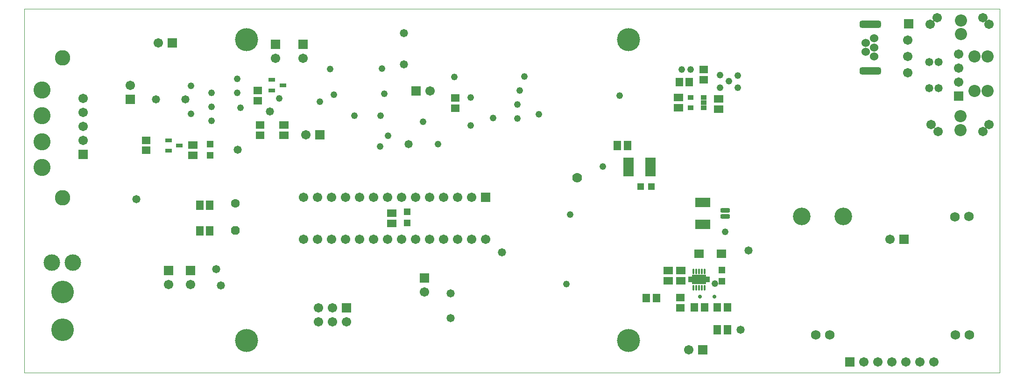
<source format=gbs>
%FSTAX23Y23*%
%MOIN*%
%SFA1B1*%

%IPPOS*%
%AMD80*
4,1,8,0.034500,-0.005900,0.034500,0.005900,0.024600,0.015800,-0.024600,0.015800,-0.034500,0.005900,-0.034500,-0.005900,-0.024600,-0.015800,0.024600,-0.015800,0.034500,-0.005900,0.0*
1,1,0.019820,0.024600,-0.005900*
1,1,0.019820,0.024600,0.005900*
1,1,0.019820,-0.024600,0.005900*
1,1,0.019820,-0.024600,-0.005900*
%
%AMD97*
4,1,8,-0.031600,-0.013100,-0.013100,-0.031600,0.013100,-0.031600,0.031600,-0.013100,0.031600,0.013100,0.013100,0.031600,-0.013100,0.031600,-0.031600,0.013100,-0.031600,-0.013100,0.0*
%
%AMD102*
4,1,8,0.076800,-0.010600,0.076800,0.010600,0.062200,0.025300,-0.062200,0.025300,-0.076800,0.010600,-0.076800,-0.010600,-0.062200,-0.025300,0.062200,-0.025300,0.076800,-0.010600,0.0*
1,1,0.029260,0.062200,-0.010600*
1,1,0.029260,0.062200,0.010600*
1,1,0.029260,-0.062200,0.010600*
1,1,0.029260,-0.062200,-0.010600*
%
%ADD35C,0.001000*%
%ADD79R,0.106420X0.067060*%
G04~CAMADD=80~8~0.0~0.0~316.2~690.2~99.1~0.0~15~0.0~0.0~0.0~0.0~0~0.0~0.0~0.0~0.0~0~0.0~0.0~0.0~270.0~690.0~316.0*
%ADD80D80*%
%ADD81R,0.055240X0.061150*%
%ADD82R,0.061150X0.055240*%
%ADD83R,0.065090X0.053280*%
%ADD84R,0.053280X0.065090*%
%ADD85R,0.049340X0.051310*%
%ADD90C,0.067060*%
%ADD91R,0.067060X0.067060*%
%ADD92C,0.118240*%
%ADD93C,0.161540*%
%ADD94C,0.068000*%
%ADD95C,0.122170*%
%ADD96R,0.067060X0.067060*%
G04~CAMADD=97~4~0.0~0.0~631.2~631.2~0.0~184.9~0~0.0~0.0~0.0~0.0~0~0.0~0.0~0.0~0.0~0~0.0~0.0~0.0~135.0~631.2~631.2*
%ADD97D97*%
%ADD98C,0.063120*%
%ADD99C,0.126110*%
%ADD100C,0.086740*%
%ADD101C,0.060130*%
G04~CAMADD=102~8~0.0~0.0~505.2~1536.7~146.3~0.0~15~0.0~0.0~0.0~0.0~0~0.0~0.0~0.0~0.0~0~0.0~0.0~0.0~270.0~1537.0~505.0*
%ADD102D102*%
%ADD103C,0.058000*%
%ADD104C,0.048000*%
%ADD105C,0.028000*%
%ADD106C,0.070000*%
%ADD107C,0.030840*%
%ADD108C,0.110360*%
%ADD109C,0.165000*%
%ADD110R,0.074930X0.133980*%
%ADD111R,0.100000X0.070470*%
%ADD112O,0.016540X0.038980*%
%ADD113R,0.043430X0.033590*%
%ADD114R,0.069020X0.063120*%
%ADD115R,0.047370X0.031620*%
%ADD116R,0.051310X0.049340*%
%ADD117R,0.035560X0.019020*%
%ADD118R,0.035560X0.019020*%
%ADD119R,0.035560X0.019020*%
%LNcareboard_smd_ordered_kritikare-1*%
%LPD*%
G54D35*
X06963Y0D02*
Y026D01*
X0D02*
X06963D01*
X0Y0D02*
X06963D01*
X0D02*
Y026D01*
G54D79*
X04841Y01061D03*
Y01217D03*
G54D80*
X05003Y01161D03*
Y01119D03*
G54D81*
X04747Y02077D03*
X04674D03*
X05018Y00469D03*
X04945D03*
X04438Y00535D03*
X04511D03*
X04855Y00469D03*
X04782D03*
G54D82*
X01683Y01698D03*
Y01771D03*
X03074Y01892D03*
Y01965D03*
X01664Y01945D03*
Y02018D03*
X00868Y01662D03*
Y0159D03*
X0485Y02095D03*
Y02168D03*
X04681Y00538D03*
Y00465D03*
G54D83*
X01853Y01771D03*
Y01698D03*
X01203Y01627D03*
Y01554D03*
X02621Y01069D03*
Y01142D03*
X0467Y01895D03*
Y01967D03*
X04954Y01885D03*
Y01958D03*
X04597Y00659D03*
Y00732D03*
X04687Y00732D03*
Y00659D03*
G54D84*
X01323Y01013D03*
X01251D03*
X04304Y01625D03*
X04232D03*
X01323Y01199D03*
X01251D03*
X05019Y00307D03*
X04946D03*
G54D85*
X01327Y01633D03*
Y01554D03*
X02733Y01071D03*
Y0115D03*
X0498Y00733D03*
Y00654D03*
G54D90*
X00955Y02357D03*
X023Y00365D03*
X022Y00465D03*
Y00365D03*
X021Y00465D03*
Y00365D03*
X06492Y00078D03*
X06392D03*
X06292D03*
X06192D03*
X05992D03*
X06092D03*
X00418Y01961D03*
Y01861D03*
Y01761D03*
Y01661D03*
X03191Y01255D03*
X03091D03*
X02991D03*
X02891D03*
X02791D03*
X02691D03*
X02591D03*
X02491D03*
X02391D03*
X02291D03*
X02191D03*
X02091D03*
X01991D03*
X03291Y00955D03*
X03191D03*
X03091D03*
X02991D03*
X02891D03*
X02791D03*
X02691D03*
X02591D03*
X02491D03*
X02391D03*
X02291D03*
X02191D03*
X02091D03*
X01991D03*
X02897Y02015D03*
X02008Y01702D03*
X01791Y02249D03*
X00756Y02056D03*
X04742Y00163D03*
X0618Y00956D03*
X02856Y00577D03*
X0199Y02249D03*
X0103Y0063D03*
X01184Y00631D03*
X06668Y02077D03*
Y02178D03*
Y02279D03*
X06307Y02379D03*
Y02262D03*
X06306Y02145D03*
X06521Y01726D03*
X06471Y01776D03*
X06887Y01775D03*
X06841Y01725D03*
Y02537D03*
X06887Y0249D03*
X06514Y02537D03*
X06464Y0249D03*
G54D91*
X01055Y02357D03*
X023Y00465D03*
X05892Y00078D03*
X02797Y02015D03*
X02108Y01702D03*
X04842Y00163D03*
X0628Y00956D03*
G54D92*
X00347Y00787D03*
X00197D03*
G54D93*
X00272Y00577D03*
Y00307D03*
G54D94*
X06742Y01118D03*
X06642Y01116D03*
X06745Y00272D03*
X06645Y0027D03*
X0575Y00272D03*
X0565Y0027D03*
G54D95*
X00127Y01467D03*
Y01652D03*
Y01837D03*
Y02022D03*
G54D96*
X00418Y01561D03*
X03291Y01255D03*
X01791Y02349D03*
X00756Y01956D03*
X02856Y00677D03*
X0199Y02349D03*
X0103Y0073D03*
X01184Y00731D03*
X06668Y01977D03*
X06311Y02495D03*
G54D97*
X01506Y01019D03*
G54D98*
X01506Y01211D03*
G54D99*
X05548Y01118D03*
X05847Y01117D03*
G54D100*
X06782Y0226D03*
X06875D03*
X06684Y02518D03*
Y0242D03*
X06875Y02016D03*
X06782Y02016D03*
X06681Y01736D03*
Y01834D03*
G54D101*
X06066Y02391D03*
X06007Y02359D03*
X06066Y02326D03*
X06007Y02296D03*
X06066Y02262D03*
G54D102*
X06038Y02491D03*
Y02158D03*
G54D103*
X03042Y00567D03*
Y00391D03*
X008Y0124D03*
X01401Y00626D03*
X05112Y00307D03*
X0517Y00873D03*
X01521Y01593D03*
X00938Y01956D03*
X01148D03*
X01752Y01867D03*
X02743Y01633D03*
X02708Y02204D03*
Y02427D03*
X01369Y00741D03*
X0341Y00862D03*
X06525Y02036D03*
Y02221D03*
X0646Y02036D03*
Y02221D03*
G54D104*
X0152Y02D03*
X03187Y01767D03*
X03519Y01917D03*
X04249Y01981D03*
X01335Y02D03*
X01188Y0185D03*
X04754Y02168D03*
X02952Y01635D03*
X03519Y01817D03*
X03568Y02117D03*
X01335Y018D03*
X04692Y02168D03*
X03187Y01967D03*
X03068Y02113D03*
X03345Y0182D03*
X01188Y0205D03*
X02109Y01939D03*
X02847Y01793D03*
X03869Y00634D03*
X01541Y01894D03*
X0257Y01994D03*
X03895Y01132D03*
X02595Y01693D03*
X03671Y01847D03*
X04928Y00638D03*
X05001Y01008D03*
X04964Y02037D03*
X05092D03*
X04964Y02127D03*
X05028Y02084D03*
X05092Y02125D03*
X02356Y01839D03*
X0254Y01617D03*
X02541Y01839D03*
X0182Y01961D03*
X02181Y02171D03*
X01335Y019D03*
X02209Y01989D03*
X0152Y021D03*
X02553Y02173D03*
X03535Y02017D03*
X04129Y01474D03*
G54D105*
X04823Y00545D03*
X04927D03*
G54D106*
X03945Y01395D03*
G54D107*
X04785Y00687D03*
X04815Y00668D03*
X04785Y00648D03*
X04844Y00687D03*
Y00648D03*
G54D108*
X00272Y02252D03*
Y01252D03*
G54D109*
X04312Y00231D03*
Y02381D03*
X01587D03*
Y00231D03*
G54D110*
X04469Y01472D03*
X04311D03*
G54D111*
X04815Y00668D03*
G54D112*
X04775Y00726D03*
X04795D03*
X04815D03*
X04834D03*
X04854D03*
Y00609D03*
X04834D03*
X04815D03*
X04795D03*
X04775D03*
G54D113*
X04849Y01969D03*
Y01932D03*
Y01894D03*
X04755D03*
Y01969D03*
G54D114*
X04974Y00851D03*
X04815D03*
G54D115*
X01028Y01587D03*
Y01662D03*
X01106Y01625D03*
X01766Y02018D03*
Y02093D03*
X01845Y02056D03*
G54D116*
X04476Y0133D03*
X04398D03*
G54D117*
X04754Y00677D03*
X04876Y00658D03*
G54D118*
X04754Y00658D03*
G54D119*
X04876Y00677D03*
M02*
</source>
